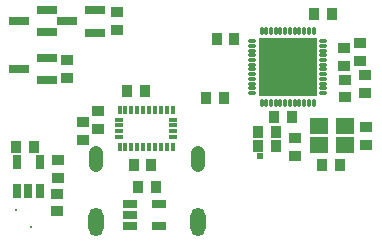
<source format=gts>
G04*
G04 #@! TF.GenerationSoftware,Altium Limited,Altium Designer,22.1.2 (22)*
G04*
G04 Layer_Color=8388736*
%FSLAX44Y44*%
%MOMM*%
G71*
G04*
G04 #@! TF.SameCoordinates,13D72DB6-CE64-42D8-9DE0-DE94B983F977*
G04*
G04*
G04 #@! TF.FilePolarity,Negative*
G04*
G01*
G75*
%ADD17R,0.9032X1.1032*%
%ADD18R,1.6532X0.8032*%
%ADD19R,1.1032X0.9032*%
%ADD20C,0.6032*%
%ADD21R,0.8032X1.2532*%
%ADD22R,0.6782X0.4532*%
%ADD23R,0.4532X0.7782*%
%ADD24R,1.2532X0.8032*%
%ADD25R,4.9032X4.9032*%
%ADD26O,0.7500X0.3000*%
%ADD27O,0.3000X0.7500*%
%ADD28R,1.6032X1.3532*%
%ADD29O,1.3032X2.4032*%
%ADD30O,1.2112X2.2192*%
%ADD31C,0.2032*%
%ADD32C,0.8632*%
D17*
X-294250Y-125201D02*
D03*
X-309250D02*
D03*
X-133500Y-84250D02*
D03*
X-148500D02*
D03*
X-191250Y-158951D02*
D03*
X-206250D02*
D03*
X-215750Y-77701D02*
D03*
X-200750D02*
D03*
X-210000Y-140951D02*
D03*
X-195000D02*
D03*
X-42500Y-12701D02*
D03*
X-57500D02*
D03*
X-124750Y-33701D02*
D03*
X-139750D02*
D03*
X-35250Y-140201D02*
D03*
X-50250D02*
D03*
X-89500Y-124480D02*
D03*
X-104500D02*
D03*
X-89500Y-112701D02*
D03*
X-104500D02*
D03*
X-76250Y-99750D02*
D03*
X-91250D02*
D03*
D18*
X-283750Y-28201D02*
D03*
X-283750Y-9201D02*
D03*
X-307250Y-18701D02*
D03*
X-283750Y-68701D02*
D03*
X-283750Y-49701D02*
D03*
X-307250Y-59201D02*
D03*
X-242750Y-28451D02*
D03*
X-242750Y-9451D02*
D03*
X-266250Y-18951D02*
D03*
D19*
X-274250Y-151701D02*
D03*
Y-136701D02*
D03*
X-31000Y-83201D02*
D03*
Y-68201D02*
D03*
X-14500Y-79201D02*
D03*
Y-64201D02*
D03*
X-266500Y-51701D02*
D03*
Y-66701D02*
D03*
X-224500Y-26451D02*
D03*
Y-11451D02*
D03*
X-274750Y-164750D02*
D03*
Y-179750D02*
D03*
X-253250Y-104451D02*
D03*
Y-119451D02*
D03*
X-240000Y-109701D02*
D03*
X-240000Y-94701D02*
D03*
X-18750Y-37451D02*
D03*
Y-52451D02*
D03*
X-32250Y-41701D02*
D03*
Y-56701D02*
D03*
X-13250Y-123451D02*
D03*
Y-108451D02*
D03*
X-73250Y-117701D02*
D03*
Y-132701D02*
D03*
D20*
X-103500Y-133201D02*
D03*
D21*
X-308750Y-138451D02*
D03*
X-289750D02*
D03*
Y-162951D02*
D03*
X-299250D02*
D03*
X-308750Y-162951D02*
D03*
D22*
X-222625Y-112076D02*
D03*
Y-117076D02*
D03*
Y-107076D02*
D03*
Y-102076D02*
D03*
X-176375D02*
D03*
Y-107076D02*
D03*
Y-117076D02*
D03*
Y-112076D02*
D03*
D23*
X-222000Y-93951D02*
D03*
X-217000D02*
D03*
X-207000Y-93951D02*
D03*
X-212000D02*
D03*
X-192000Y-93951D02*
D03*
X-187000D02*
D03*
X-197000D02*
D03*
X-202000D02*
D03*
X-177000D02*
D03*
X-182000D02*
D03*
Y-125201D02*
D03*
X-177000D02*
D03*
X-202000D02*
D03*
X-197000D02*
D03*
X-187000D02*
D03*
X-192000D02*
D03*
X-212000Y-125201D02*
D03*
X-207000D02*
D03*
X-217000Y-125201D02*
D03*
X-222000D02*
D03*
D24*
X-189000Y-173451D02*
D03*
Y-192451D02*
D03*
X-213500D02*
D03*
X-213500Y-182951D02*
D03*
X-213500Y-173451D02*
D03*
D25*
X-79750Y-57701D02*
D03*
D26*
X-49500Y-35701D02*
D03*
Y-39701D02*
D03*
Y-43701D02*
D03*
Y-47701D02*
D03*
Y-51701D02*
D03*
Y-55701D02*
D03*
Y-59701D02*
D03*
Y-63701D02*
D03*
Y-67701D02*
D03*
Y-71701D02*
D03*
Y-75701D02*
D03*
Y-79701D02*
D03*
X-110000D02*
D03*
Y-75701D02*
D03*
Y-71701D02*
D03*
Y-67701D02*
D03*
Y-63701D02*
D03*
Y-59701D02*
D03*
Y-55701D02*
D03*
Y-51701D02*
D03*
Y-47701D02*
D03*
Y-43701D02*
D03*
Y-39701D02*
D03*
Y-35701D02*
D03*
D27*
X-57750Y-87951D02*
D03*
X-61750D02*
D03*
X-65750D02*
D03*
X-69750D02*
D03*
X-73750D02*
D03*
X-77750D02*
D03*
X-81750D02*
D03*
X-85750D02*
D03*
X-89750D02*
D03*
X-93750D02*
D03*
X-97750D02*
D03*
X-101750D02*
D03*
Y-27451D02*
D03*
X-97750D02*
D03*
X-93750D02*
D03*
X-89750D02*
D03*
X-85750D02*
D03*
X-81750D02*
D03*
X-77750D02*
D03*
X-73750D02*
D03*
X-69750D02*
D03*
X-65750D02*
D03*
X-61750D02*
D03*
X-57750D02*
D03*
D28*
X-53500Y-107451D02*
D03*
X-31500D02*
D03*
Y-123451D02*
D03*
X-53500D02*
D03*
D29*
X-155500Y-188850D02*
D03*
X-241900D02*
D03*
D30*
X-155500Y-135250D02*
D03*
X-242000D02*
D03*
D31*
X-296750Y-192750D02*
D03*
X-309250Y-178500D02*
D03*
D32*
X-97750Y-75701D02*
D03*
Y-63701D02*
D03*
Y-51701D02*
D03*
Y-39701D02*
D03*
X-85750Y-75701D02*
D03*
Y-63701D02*
D03*
Y-51701D02*
D03*
Y-39701D02*
D03*
X-73750Y-75701D02*
D03*
X-73750Y-63701D02*
D03*
Y-51701D02*
D03*
X-73750Y-39701D02*
D03*
X-61750Y-75701D02*
D03*
Y-63701D02*
D03*
Y-51701D02*
D03*
Y-39701D02*
D03*
M02*

</source>
